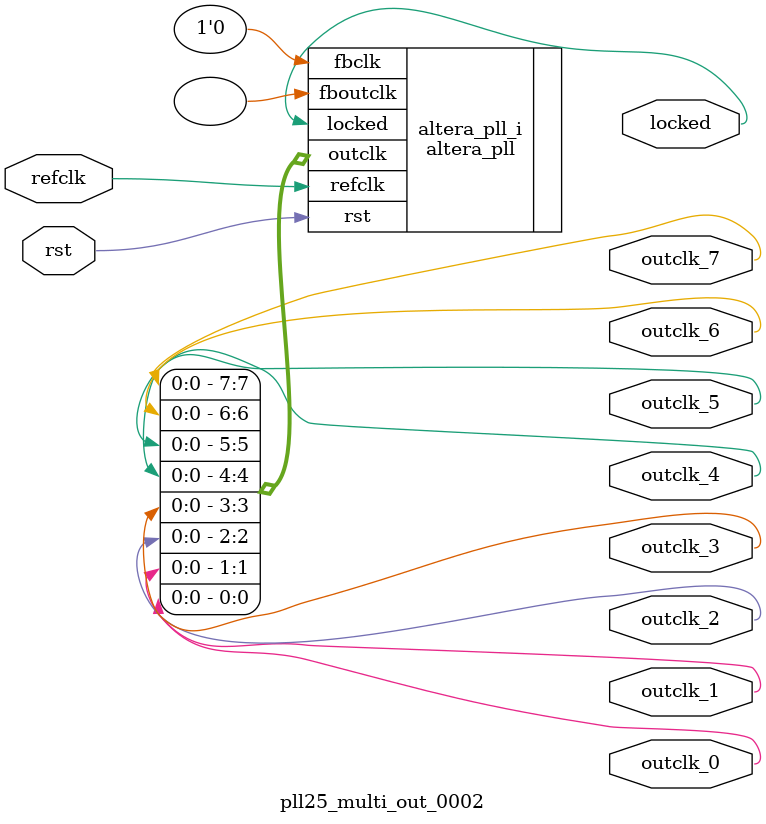
<source format=v>
`timescale 1ns/10ps
module  pll25_multi_out_0002(

	// interface 'refclk'
	input wire refclk,

	// interface 'reset'
	input wire rst,

	// interface 'outclk0'
	output wire outclk_0,

	// interface 'outclk1'
	output wire outclk_1,

	// interface 'outclk2'
	output wire outclk_2,

	// interface 'outclk3'
	output wire outclk_3,

	// interface 'outclk4'
	output wire outclk_4,

	// interface 'outclk5'
	output wire outclk_5,

	// interface 'outclk6'
	output wire outclk_6,

	// interface 'outclk7'
	output wire outclk_7,

	// interface 'locked'
	output wire locked
);

	altera_pll #(
		.fractional_vco_multiplier("false"),
		.reference_clock_frequency("25.0 MHz"),
		.operation_mode("direct"),
		.number_of_clocks(8),
		.output_clock_frequency0("25.000000 MHz"),
		.phase_shift0("0 ps"),
		.duty_cycle0(50),
		.output_clock_frequency1("25.000000 MHz"),
		.phase_shift1("5000 ps"),
		.duty_cycle1(50),
		.output_clock_frequency2("25.000000 MHz"),
		.phase_shift2("10000 ps"),
		.duty_cycle2(50),
		.output_clock_frequency3("25.000000 MHz"),
		.phase_shift3("15000 ps"),
		.duty_cycle3(50),
		.output_clock_frequency4("25.000000 MHz"),
		.phase_shift4("20000 ps"),
		.duty_cycle4(50),
		.output_clock_frequency5("35.000000 MHz"),
		.phase_shift5("17857 ps"),
		.duty_cycle5(50),
		.output_clock_frequency6("25.000000 MHz"),
		.phase_shift6("30000 ps"),
		.duty_cycle6(50),
		.output_clock_frequency7("25.000000 MHz"),
		.phase_shift7("35000 ps"),
		.duty_cycle7(50),
		.output_clock_frequency8("0 MHz"),
		.phase_shift8("0 ps"),
		.duty_cycle8(50),
		.output_clock_frequency9("0 MHz"),
		.phase_shift9("0 ps"),
		.duty_cycle9(50),
		.output_clock_frequency10("0 MHz"),
		.phase_shift10("0 ps"),
		.duty_cycle10(50),
		.output_clock_frequency11("0 MHz"),
		.phase_shift11("0 ps"),
		.duty_cycle11(50),
		.output_clock_frequency12("0 MHz"),
		.phase_shift12("0 ps"),
		.duty_cycle12(50),
		.output_clock_frequency13("0 MHz"),
		.phase_shift13("0 ps"),
		.duty_cycle13(50),
		.output_clock_frequency14("0 MHz"),
		.phase_shift14("0 ps"),
		.duty_cycle14(50),
		.output_clock_frequency15("0 MHz"),
		.phase_shift15("0 ps"),
		.duty_cycle15(50),
		.output_clock_frequency16("0 MHz"),
		.phase_shift16("0 ps"),
		.duty_cycle16(50),
		.output_clock_frequency17("0 MHz"),
		.phase_shift17("0 ps"),
		.duty_cycle17(50),
		.pll_type("General"),
		.pll_subtype("General")
	) altera_pll_i (
		.rst	(rst),
		.outclk	({outclk_7, outclk_6, outclk_5, outclk_4, outclk_3, outclk_2, outclk_1, outclk_0}),
		.locked	(locked),
		.fboutclk	( ),
		.fbclk	(1'b0),
		.refclk	(refclk)
	);
endmodule


</source>
